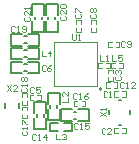
<source format=gto>
G04*
G04 #@! TF.GenerationSoftware,Altium Limited,Altium Designer,19.0.10 (269)*
G04*
G04 Layer_Color=65535*
%FSLAX24Y24*%
%MOIN*%
G70*
G01*
G75*
%ADD10C,0.0079*%
%ADD11C,0.0060*%
%ADD12C,0.0049*%
D10*
X875Y-860D02*
G03*
X875Y-860I-39J0D01*
G01*
X-2368Y-1505D02*
Y-1316D01*
X-1896Y-1505D02*
Y-1316D01*
X-1713Y207D02*
X-1634D01*
X-1713Y443D02*
X-1634D01*
X-612Y-1479D02*
Y-1401D01*
X-848Y-1479D02*
Y-1401D01*
X-1132Y1476D02*
Y1555D01*
X-1368Y1476D02*
Y1555D01*
X-669Y1476D02*
Y1555D01*
X-906Y1476D02*
Y1555D01*
X-1713Y906D02*
X-1634D01*
X-1713Y669D02*
X-1634D01*
X-49Y-1848D02*
X29D01*
X-49Y-1612D02*
X29D01*
X-1298Y-1779D02*
Y-1701D01*
X-1062Y-1779D02*
Y-1701D01*
X-1713Y-20D02*
X-1634D01*
X-1713Y-256D02*
X-1634D01*
D11*
X1454Y-1210D02*
X1502D01*
X1824Y-1698D02*
Y-1572D01*
X1454Y-2061D02*
X1502D01*
X1131Y-1698D02*
Y-1572D01*
X-1575Y128D02*
X-1211D01*
X-2136D02*
X-1772D01*
X-1575Y522D02*
X-1211D01*
X-2136D02*
X-1772D01*
X-1211Y128D02*
Y522D01*
X-2136Y128D02*
Y522D01*
X-837Y-2258D02*
Y-1982D01*
X-128Y-2258D02*
Y-1982D01*
X-384Y-2258D02*
X-128D01*
X-837D02*
X-581D01*
X-384Y-1982D02*
X-128D01*
X-837D02*
X-581D01*
X-533Y-1342D02*
Y-977D01*
Y-1903D02*
Y-1538D01*
X-927Y-1342D02*
Y-977D01*
Y-1903D02*
Y-1538D01*
Y-977D02*
X-533D01*
X-927Y-1903D02*
X-533D01*
X-1053Y1614D02*
Y1978D01*
Y1053D02*
Y1417D01*
X-1447Y1614D02*
Y1978D01*
Y1053D02*
Y1417D01*
Y1053D02*
X-1053D01*
X-1447Y1978D02*
X-1053D01*
X-591Y1614D02*
Y1978D01*
Y1053D02*
Y1417D01*
X-984Y1614D02*
Y1978D01*
Y1053D02*
Y1417D01*
Y1053D02*
X-591D01*
X-984Y1978D02*
X-591D01*
X-2136Y984D02*
X-1772D01*
X-1575D02*
X-1211D01*
X-2136Y591D02*
X-1772D01*
X-1575D02*
X-1211D01*
Y984D01*
X-2136Y591D02*
Y984D01*
X88Y-1927D02*
X453D01*
X-473D02*
X-108D01*
X88Y-1533D02*
X453D01*
X-473D02*
X-108D01*
X-473Y-1927D02*
Y-1533D01*
X453Y-1927D02*
Y-1533D01*
X-1377Y-2203D02*
Y-1838D01*
Y-1642D02*
Y-1277D01*
X-983Y-2203D02*
Y-1838D01*
Y-1642D02*
Y-1277D01*
X-1377D02*
X-983D01*
X-1377Y-2203D02*
X-983D01*
X-2136Y59D02*
X-1772D01*
X-1575D02*
X-1211D01*
X-2136Y-335D02*
X-1772D01*
X-1575D02*
X-1211D01*
Y59D01*
X-2136Y-335D02*
Y59D01*
D12*
X1285Y-2333D02*
Y-2159D01*
X1671Y-2333D02*
Y-2159D01*
X1547Y-2333D02*
X1671D01*
X1285D02*
X1409D01*
X1547Y-2159D02*
X1671D01*
X1285D02*
X1409D01*
X1671Y-1111D02*
Y-938D01*
X1285Y-1111D02*
Y-938D01*
X1409D01*
X1547D02*
X1671D01*
X1285Y-1111D02*
X1409D01*
X1547D02*
X1671D01*
X1394Y-808D02*
Y-635D01*
X1008Y-808D02*
Y-635D01*
X1132D01*
X1270D02*
X1394D01*
X1008Y-808D02*
X1132D01*
X1270D02*
X1394D01*
X-722Y719D02*
X722D01*
X-722Y-750D02*
X722D01*
X-722D02*
Y719D01*
X722Y-750D02*
Y719D01*
X1581Y-155D02*
Y18D01*
X1195Y-155D02*
Y18D01*
X1319D01*
X1457D02*
X1581D01*
X1195Y-155D02*
X1319D01*
X1457D02*
X1581D01*
X1151Y-155D02*
Y18D01*
X765Y-155D02*
Y18D01*
X889D01*
X1027D02*
X1151D01*
X765Y-155D02*
X889D01*
X1027D02*
X1151D01*
X-1795Y-1387D02*
Y-1263D01*
Y-1125D02*
Y-1001D01*
X-1622Y-1387D02*
Y-1263D01*
Y-1125D02*
Y-1001D01*
X-1795D02*
X-1622D01*
X-1795Y-1387D02*
X-1622D01*
Y-1568D02*
Y-1444D01*
Y-1830D02*
Y-1706D01*
X-1795Y-1568D02*
Y-1444D01*
Y-1830D02*
Y-1706D01*
Y-1830D02*
X-1622D01*
X-1795Y-1444D02*
X-1622D01*
X-63Y-1263D02*
X61D01*
X199D02*
X323D01*
X-63Y-1437D02*
X61D01*
X199D02*
X323D01*
Y-1263D01*
X-63Y-1437D02*
Y-1263D01*
X1339Y552D02*
X1463D01*
X1077D02*
X1201D01*
X1339Y725D02*
X1463D01*
X1077D02*
X1201D01*
X1077Y552D02*
Y725D01*
X1463Y552D02*
Y725D01*
X687Y1309D02*
Y1433D01*
Y1047D02*
Y1171D01*
X514Y1309D02*
Y1433D01*
Y1047D02*
Y1171D01*
Y1047D02*
X687D01*
X514Y1433D02*
X687D01*
X176Y1309D02*
Y1433D01*
Y1047D02*
Y1171D01*
X3Y1309D02*
Y1433D01*
Y1047D02*
Y1171D01*
Y1047D02*
X176D01*
X3Y1433D02*
X176D01*
X-1533Y-1043D02*
X-1409D01*
X-1272D02*
X-1148D01*
X-1533Y-1217D02*
X-1409D01*
X-1272D02*
X-1148D01*
Y-1043D01*
X-1533Y-1217D02*
Y-1043D01*
X1259Y-330D02*
Y-206D01*
Y-592D02*
Y-468D01*
X1086Y-330D02*
Y-206D01*
Y-592D02*
Y-468D01*
Y-592D02*
X1259D01*
X1086Y-206D02*
X1259D01*
X817Y-1763D02*
X1014Y-1632D01*
X817D02*
X1014Y-1763D01*
Y-1567D02*
Y-1501D01*
Y-1534D01*
X817D01*
X850Y-1567D01*
X997Y-2184D02*
X965Y-2151D01*
X899D01*
X866Y-2184D01*
Y-2315D01*
X899Y-2348D01*
X965D01*
X997Y-2315D01*
X1194Y-2348D02*
X1063D01*
X1194Y-2217D01*
Y-2184D01*
X1161Y-2151D01*
X1096D01*
X1063Y-2184D01*
X1063Y-964D02*
X1030Y-931D01*
X965D01*
X932Y-964D01*
Y-1095D01*
X965Y-1128D01*
X1030D01*
X1063Y-1095D01*
X1129Y-1128D02*
X1194D01*
X1161D01*
Y-931D01*
X1129Y-964D01*
X1621Y-671D02*
X1588Y-639D01*
X1523D01*
X1490Y-671D01*
Y-803D01*
X1523Y-835D01*
X1588D01*
X1621Y-803D01*
X1687Y-835D02*
X1752D01*
X1720D01*
Y-639D01*
X1687Y-671D01*
X1982Y-835D02*
X1851D01*
X1982Y-704D01*
Y-671D01*
X1949Y-639D01*
X1884D01*
X1851Y-671D01*
X1657Y705D02*
X1624Y738D01*
X1558D01*
X1526Y705D01*
Y574D01*
X1558Y541D01*
X1624D01*
X1657Y574D01*
X1722D02*
X1755Y541D01*
X1821D01*
X1854Y574D01*
Y705D01*
X1821Y738D01*
X1755D01*
X1722Y705D01*
Y673D01*
X1755Y640D01*
X1854D01*
X52Y-1010D02*
X20Y-977D01*
X-46D01*
X-79Y-1010D01*
Y-1141D01*
X-46Y-1174D01*
X20D01*
X52Y-1141D01*
X118Y-1174D02*
X184D01*
X151D01*
Y-977D01*
X118Y-1010D01*
X413Y-977D02*
X348Y-1010D01*
X282Y-1076D01*
Y-1141D01*
X315Y-1174D01*
X380D01*
X413Y-1141D01*
Y-1109D01*
X380Y-1076D01*
X282D01*
X1230Y277D02*
Y80D01*
X1361D01*
X1558Y277D02*
X1427D01*
Y178D01*
X1492Y211D01*
X1525D01*
X1558Y178D01*
Y113D01*
X1525Y80D01*
X1460D01*
X1427Y113D01*
X1356Y-429D02*
X1323Y-462D01*
Y-527D01*
X1356Y-560D01*
X1487D01*
X1520Y-527D01*
Y-462D01*
X1487Y-429D01*
X1356Y-363D02*
X1323Y-330D01*
Y-265D01*
X1356Y-232D01*
X1389D01*
X1422Y-265D01*
Y-298D01*
Y-265D01*
X1454Y-232D01*
X1487D01*
X1520Y-265D01*
Y-330D01*
X1487Y-363D01*
X830Y277D02*
Y80D01*
X961D01*
X1027D02*
X1092D01*
X1060D01*
Y277D01*
X1027Y244D01*
X-489Y1578D02*
X-522Y1545D01*
Y1480D01*
X-489Y1447D01*
X-358D01*
X-325Y1480D01*
Y1545D01*
X-358Y1578D01*
X-325Y1775D02*
Y1644D01*
X-456Y1775D01*
X-489D01*
X-522Y1742D01*
Y1676D01*
X-489Y1644D01*
Y1840D02*
X-522Y1873D01*
Y1939D01*
X-489Y1972D01*
X-358D01*
X-325Y1939D01*
Y1873D01*
X-358Y1840D01*
X-489D01*
X-2014Y1217D02*
X-2047Y1250D01*
X-2113D01*
X-2146Y1217D01*
Y1086D01*
X-2113Y1053D01*
X-2047D01*
X-2014Y1086D01*
X-1949Y1053D02*
X-1883D01*
X-1916D01*
Y1250D01*
X-1949Y1217D01*
X-1785Y1086D02*
X-1752Y1053D01*
X-1687D01*
X-1654Y1086D01*
Y1217D01*
X-1687Y1250D01*
X-1752D01*
X-1785Y1217D01*
Y1184D01*
X-1752Y1152D01*
X-1654D01*
X-1774Y-809D02*
X-1807Y-842D01*
Y-907D01*
X-1774Y-940D01*
X-1643D01*
X-1610Y-907D01*
Y-842D01*
X-1643Y-809D01*
X-1610Y-743D02*
Y-678D01*
Y-710D01*
X-1807D01*
X-1774Y-743D01*
Y-579D02*
X-1807Y-546D01*
Y-481D01*
X-1774Y-448D01*
X-1741D01*
X-1708Y-481D01*
X-1676Y-448D01*
X-1643D01*
X-1610Y-481D01*
Y-546D01*
X-1643Y-579D01*
X-1676D01*
X-1708Y-546D01*
X-1741Y-579D01*
X-1774D01*
X-1708Y-546D02*
Y-481D01*
X-1768Y-2251D02*
X-1801Y-2283D01*
Y-2349D01*
X-1768Y-2382D01*
X-1637D01*
X-1604Y-2349D01*
Y-2283D01*
X-1637Y-2251D01*
X-1604Y-2185D02*
Y-2120D01*
Y-2152D01*
X-1801D01*
X-1768Y-2185D01*
X-1801Y-2021D02*
Y-1890D01*
X-1768D01*
X-1637Y-2021D01*
X-1604D01*
X-1389Y-818D02*
X-1422Y-785D01*
X-1487D01*
X-1520Y-818D01*
Y-949D01*
X-1487Y-982D01*
X-1422D01*
X-1389Y-949D01*
X-1192Y-785D02*
X-1323D01*
Y-884D01*
X-1258Y-851D01*
X-1225D01*
X-1192Y-884D01*
Y-949D01*
X-1225Y-982D01*
X-1290D01*
X-1323Y-949D01*
X-1001Y-82D02*
X-1033Y-49D01*
X-1099D01*
X-1132Y-82D01*
Y-213D01*
X-1099Y-246D01*
X-1033D01*
X-1001Y-213D01*
X-804Y-49D02*
X-870Y-82D01*
X-935Y-148D01*
Y-213D01*
X-902Y-246D01*
X-837D01*
X-804Y-213D01*
Y-180D01*
X-837Y-148D01*
X-935D01*
X525Y1647D02*
X492Y1614D01*
Y1548D01*
X525Y1516D01*
X656D01*
X689Y1548D01*
Y1614D01*
X656Y1647D01*
X525Y1712D02*
X492Y1745D01*
Y1811D01*
X525Y1844D01*
X558D01*
X591Y1811D01*
X623Y1844D01*
X656D01*
X689Y1811D01*
Y1745D01*
X656Y1712D01*
X623D01*
X591Y1745D01*
X558Y1712D01*
X525D01*
X591Y1745D02*
Y1811D01*
X16Y1651D02*
X-17Y1618D01*
Y1553D01*
X16Y1520D01*
X147D01*
X180Y1553D01*
Y1618D01*
X147Y1651D01*
X-17Y1717D02*
Y1848D01*
X16D01*
X147Y1717D01*
X180D01*
X-128Y984D02*
Y820D01*
X-95Y787D01*
X-30D01*
X3Y820D01*
Y984D01*
X69Y787D02*
X134D01*
X102D01*
Y984D01*
X69Y951D01*
X-2280Y-733D02*
X-2149Y-930D01*
Y-733D02*
X-2280Y-930D01*
X-1952D02*
X-2083D01*
X-1952Y-799D01*
Y-766D01*
X-1985Y-733D01*
X-2050D01*
X-2083Y-766D01*
X86Y-2031D02*
X53Y-1998D01*
X-13D01*
X-46Y-2031D01*
Y-2162D01*
X-13Y-2195D01*
X53D01*
X86Y-2162D01*
X151Y-2195D02*
X217D01*
X184D01*
Y-1998D01*
X151Y-2031D01*
X446Y-1998D02*
X315D01*
Y-2097D01*
X381Y-2064D01*
X414D01*
X446Y-2097D01*
Y-2162D01*
X414Y-2195D01*
X348D01*
X315Y-2162D01*
X-1309Y-2386D02*
X-1342Y-2353D01*
X-1407D01*
X-1440Y-2386D01*
Y-2517D01*
X-1407Y-2550D01*
X-1342D01*
X-1309Y-2517D01*
X-1243Y-2550D02*
X-1178D01*
X-1210D01*
Y-2353D01*
X-1243Y-2386D01*
X-981Y-2550D02*
Y-2353D01*
X-1079Y-2452D01*
X-948D01*
X-1130Y427D02*
Y230D01*
X-999D01*
X-835D02*
Y427D01*
X-933Y328D01*
X-802D01*
X-636Y-2343D02*
Y-2539D01*
X-505D01*
X-439Y-2375D02*
X-406Y-2343D01*
X-341D01*
X-308Y-2375D01*
Y-2408D01*
X-341Y-2441D01*
X-373D01*
X-341D01*
X-308Y-2474D01*
Y-2507D01*
X-341Y-2539D01*
X-406D01*
X-439Y-2507D01*
X-459Y-1299D02*
X-262D01*
Y-1168D01*
Y-971D02*
Y-1102D01*
X-393Y-971D01*
X-426D01*
X-459Y-1004D01*
Y-1070D01*
X-426Y-1102D01*
X-1680Y1549D02*
X-1713Y1516D01*
Y1450D01*
X-1680Y1417D01*
X-1549D01*
X-1516Y1450D01*
Y1516D01*
X-1549Y1549D01*
X-1516Y1745D02*
Y1614D01*
X-1647Y1745D01*
X-1680D01*
X-1713Y1713D01*
Y1647D01*
X-1680Y1614D01*
X-1516Y1811D02*
Y1876D01*
Y1844D01*
X-1713D01*
X-1680Y1811D01*
M02*

</source>
